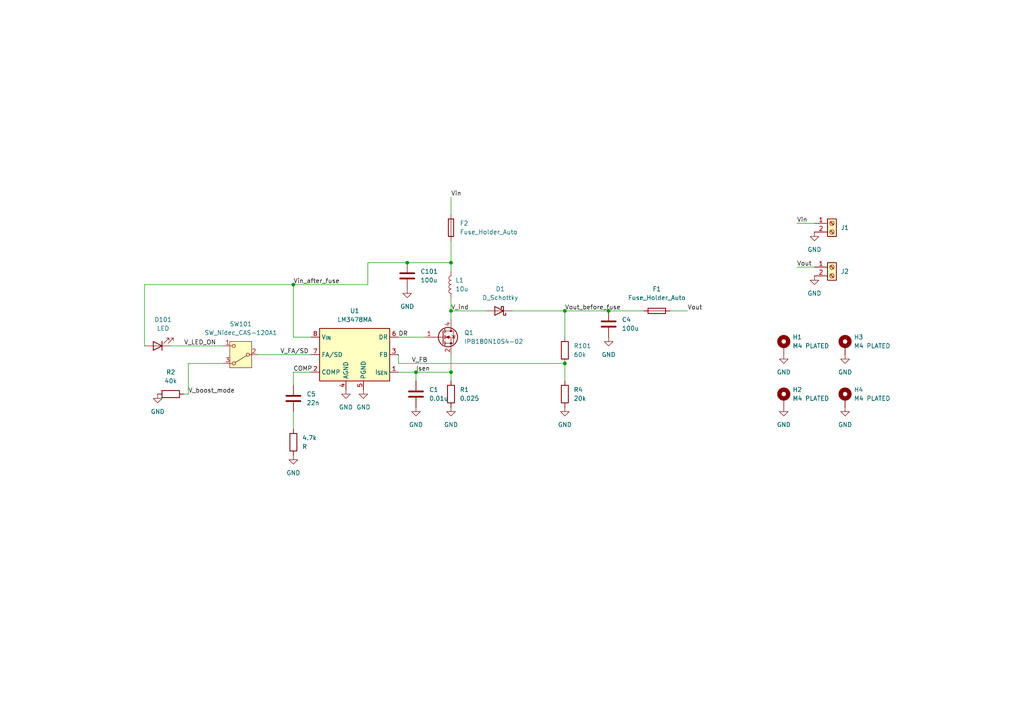
<source format=kicad_sch>
(kicad_sch (version 20250114) (generator "eeschema") (generator_version "9.0")
  (paper "A4")
  (lib_symbols
    (symbol "Device:D_Schottky" (pin_numbers (hide yes)) (pin_names (offset 1.016) (hide yes))
      (property "Reference" "D" (at 0 2.54 0))
      (property "Value" "D_Schottky" (at 0 -2.54 0))
      (symbol "D_Schottky_0_1"
        (polyline (pts (xy -1.905 0.635) (xy -1.905 1.27) (xy -1.27 1.27) (xy -1.27 -1.27) (xy -0.635 -1.27) (xy -0.635 -0.635)) (stroke (width 0.254)))
        (polyline (pts (xy 1.27 1.27) (xy 1.27 -1.27) (xy -1.27 0) (xy 1.27 1.27)) (stroke (width 0.254)))
        (polyline (pts (xy 1.27 0) (xy -1.27 0)))
      )
      (symbol "D_Schottky_1_1"
        (pin passive line (at -3.81 0 0) (length 2.54) (name "K") (number "1"))
        (pin passive line (at 3.81 0 180) (length 2.54) (name "A") (number "2"))
      )
    )
    (symbol "Device:L" (pin_numbers (hide yes)) (pin_names (offset 1.016) (hide yes))
      (property "Reference" "L" (at -1.27 0 90))
      (property "Value" "L" (at 1.905 0 90))
      (symbol "L_0_1"
        (arc (start 0 2.54) (mid 0.6323 1.905) (end 0 1.27))
        (arc (start 0 1.27) (mid 0.6323 0.635) (end 0 0))
        (arc (start 0 0) (mid 0.6323 -0.635) (end 0 -1.27))
        (arc (start 0 -1.27) (mid 0.6323 -1.905) (end 0 -2.54))
      )
      (symbol "L_1_1"
        (pin passive line (at 0 3.81 270) (length 1.27) (name "1") (number "1"))
        (pin passive line (at 0 -3.81 90) (length 1.27) (name "2") (number "2"))
      )
    )
    (symbol "Device:LED" (pin_numbers (hide yes)) (pin_names (offset 1.016) (hide yes))
      (property "Reference" "D" (at 0 2.54 0))
      (property "Value" "LED" (at 0 -2.54 0))
      (symbol "LED_0_1"
        (polyline (pts (xy -3.048 -0.762) (xy -4.572 -2.286) (xy -3.81 -2.286) (xy -4.572 -2.286) (xy -4.572 -1.524)))
        (polyline (pts (xy -1.778 -0.762) (xy -3.302 -2.286) (xy -2.54 -2.286) (xy -3.302 -2.286) (xy -3.302 -1.524)))
        (polyline (pts (xy -1.27 0) (xy 1.27 0)))
        (polyline (pts (xy -1.27 -1.27) (xy -1.27 1.27)) (stroke (width 0.254)))
        (polyline (pts (xy 1.27 -1.27) (xy 1.27 1.27) (xy -1.27 0) (xy 1.27 -1.27)) (stroke (width 0.254)))
      )
      (symbol "LED_1_1"
        (pin passive line (at -3.81 0 0) (length 2.54) (name "K") (number "1"))
        (pin passive line (at 3.81 0 180) (length 2.54) (name "A") (number "2"))
      )
    )
    (symbol "Regulator_Controller:LM3478MA"
      (property "Reference" "U" (at -9.525 8.89 0))
      (property "Value" "LM3478MA" (at 5.08 8.89 0))
      (symbol "LM3478MA_0_1"
        (rectangle (start -10.16 7.62) (end 10.16 -7.62) (stroke (width 0.254)) (fill (type background)))
      )
      (symbol "LM3478MA_1_1"
        (pin power_in line (at -12.7 5.08 0) (length 2.54) (name "V_{IN}") (number "8"))
        (pin input line (at -12.7 0 0) (length 2.54) (name "FA/SD") (number "7"))
        (pin input line (at -12.7 -5.08 0) (length 2.54) (name "COMP") (number "2"))
        (pin power_in line (at -2.54 -10.16 90) (length 2.54) (name "AGND") (number "4"))
        (pin power_in line (at 2.54 -10.16 90) (length 2.54) (name "PGND") (number "5"))
        (pin output line (at 12.7 5.08 180) (length 2.54) (name "DR") (number "6"))
        (pin input line (at 12.7 0 180) (length 2.54) (name "FB") (number "3"))
        (pin input line (at 12.7 -5.08 180) (length 2.54) (name "I_{SEN}") (number "1"))
      )
    )
    (symbol "Switch:SW_Nidec_CAS-120A1" (pin_names (offset 1) (hide yes))
      (property "Reference" "SW" (at 0 4.318 0))
      (property "Value" "SW_Nidec_CAS-120A1" (at 0 -5.08 0))
      (symbol "SW_Nidec_CAS-120A1_0_1"
        (circle (center -2.032 0) (radius 0.4572))
        (polyline (pts (xy -1.651 0.254) (xy 1.651 2.286)))
        (circle (center 2.032 2.54) (radius 0.4572))
        (circle (center 2.032 -2.54) (radius 0.4572))
      )
      (symbol "SW_Nidec_CAS-120A1_1_1"
        (rectangle (start -3.175 3.81) (end 3.175 -3.81) (fill (type background)))
        (pin passive line (at -5.08 0 0) (length 2.54) (name "B") (number "2"))
        (pin passive line (at 5.08 2.54 180) (length 2.54) (name "A") (number "3"))
        (pin passive line (at 5.08 -2.54 180) (length 2.54) (name "C") (number "1"))
      )
    )
    (symbol "Transistor_FET:IPB180N10S4-02" (pin_names (hide yes))
      (property "Reference" "Q" (at 5.08 1.905 0))
      (property "Value" "IPB180N10S4-02" (at 5.08 0 0))
      (symbol "IPB180N10S4-02_0_1"
        (polyline (pts (xy 0.254 1.905) (xy 0.254 -1.905)) (stroke (width 0.254)))
        (polyline (pts (xy 0.254 0) (xy -2.54 0)))
        (polyline (pts (xy 0.762 2.286) (xy 0.762 1.27)) (stroke (width 0.254)))
        (polyline (pts (xy 0.762 0.508) (xy 0.762 -0.508)) (stroke (width 0.254)))
        (polyline (pts (xy 0.762 -1.27) (xy 0.762 -2.286)) (stroke (width 0.254)))
        (polyline (pts (xy 0.762 -1.778) (xy 3.302 -1.778) (xy 3.302 1.778) (xy 0.762 1.778)))
        (polyline (pts (xy 1.016 0) (xy 2.032 0.381) (xy 2.032 -0.381) (xy 1.016 0)) (fill (type outline)))
        (circle (center 1.651 0) (radius 2.794) (stroke (width 0.254)))
        (polyline (pts (xy 2.54 2.54) (xy 2.54 1.778)))
        (circle (center 2.54 1.778) (radius 0.254) (fill (type outline)))
        (circle (center 2.54 -1.778) (radius 0.254) (fill (type outline)))
        (polyline (pts (xy 2.54 -2.54) (xy 2.54 0) (xy 0.762 0)))
        (polyline (pts (xy 2.794 0.508) (xy 2.921 0.381) (xy 3.683 0.381) (xy 3.81 0.254)))
        (polyline (pts (xy 3.302 0.381) (xy 2.921 -0.254) (xy 3.683 -0.254) (xy 3.302 0.381)))
      )
      (symbol "IPB180N10S4-02_1_1"
        (pin passive line (at -5.08 0 0) (length 2.54) (name "G") (number "1"))
        (pin passive line (at 2.54 5.08 270) (length 2.54) (name "D") (number "4"))
        (pin passive line (at 2.54 -5.08 90) (length 2.54) (name "S") (number "2"))
        (pin passive line (at 2.54 -5.08 90) (length 2.54) (hide yes) (name "S") (number "3"))
        (pin passive line (at 2.54 -5.08 90) (length 2.54) (hide yes) (name "S") (number "5"))
        (pin passive line (at 2.54 -5.08 90) (length 2.54) (hide yes) (name "S") (number "6"))
        (pin passive line (at 2.54 -5.08 90) (length 2.54) (hide yes) (name "S") (number "7"))
      )
    )
    (symbol "power:GND" (power) (pin_numbers (hide yes)) (pin_names (offset 0) (hide yes))
      (property "Value" "GND" (at 0 -3.81 0))
      (symbol "GND_0_1"
        (polyline (pts (xy 0 0) (xy 0 -1.27) (xy 1.27 -1.27) (xy 0 -2.54) (xy -1.27 -1.27) (xy 0 -1.27)))
      )
      (symbol "GND_1_1"
        (pin power_in line (at 0 0 270) (length 0) (name "~") (number "1"))
      )
    )
    (symbol "rsx_Capacitors:1u" (pin_numbers (hide yes)) (pin_names (offset 0.254))
      (property "Reference" "C" (at 0.635 2.54 0))
      (property "Value" "1u" (at 0.635 -2.54 0))
      (symbol "1u_0_1"
        (polyline (pts (xy -2.032 0.762) (xy 2.032 0.762)) (stroke (width 0.508)))
        (polyline (pts (xy -2.032 -0.762) (xy 2.032 -0.762)) (stroke (width 0.508)))
      )
      (symbol "1u_1_1"
        (pin passive line (at 0 3.81 270) (length 2.794) (name "~") (number "1"))
        (pin passive line (at 0 -3.81 90) (length 2.794) (name "~") (number "2"))
      )
    )
    (symbol "rsx_Resistors:0R00 1/10W" (pin_numbers (hide yes)) (pin_names (offset 0))
      (property "Reference" "R" (at 2.032 0 90))
      (property "Value" "0R00 1{slash}10W" (at 0 0 90))
      (symbol "0R00 1/10W_0_1"
        (rectangle (start -1.016 -2.54) (end 1.016 2.54) (stroke (width 0.254)))
      )
      (symbol "0R00 1/10W_1_1"
        (pin passive line (at 0 3.81 270) (length 1.27) (name "~") (number "1"))
        (pin passive line (at 0 -3.81 90) (length 1.27) (name "~") (number "2"))
      )
    )
    (symbol "rsx_fuses:Fuse_Holder_Auto" (pin_numbers (hide yes)) (pin_names (offset 0))
      (property "Reference" "F" (at 2.032 0 90))
      (property "Value" "Fuse_Holder_Auto" (at -1.905 0 90))
      (symbol "Fuse_Holder_Auto_0_1"
        (rectangle (start -0.762 2.54) (end 0.762 -2.54) (stroke (width 0.254)))
        (polyline (pts (xy 0 2.54) (xy 0 -2.54)))
      )
      (symbol "Fuse_Holder_Auto_1_1"
        (pin passive line (at 0 3.81 270) (length 1.27) (name "~") (number "1"))
        (pin passive line (at 0 -3.81 90) (length 1.27) (name "~") (number "2"))
      )
    )
    (symbol "rsx_header_screw:Screw_Terminal_2x5.08" (pin_names (offset 1.016) (hide yes))
      (property "Reference" "J" (at 0 2.54 0))
      (symbol "Screw_Terminal_2x5.08_1_1"
        (rectangle (start -1.27 1.27) (end 1.27 -3.81) (stroke (width 0.254)) (fill (type background)))
        (polyline (pts (xy -0.5334 0.3302) (xy 0.3302 -0.508)) (stroke (width 0.1524)))
        (polyline (pts (xy -0.5334 -2.2098) (xy 0.3302 -3.048)) (stroke (width 0.1524)))
        (polyline (pts (xy -0.3556 0.508) (xy 0.508 -0.3302)) (stroke (width 0.1524)))
        (polyline (pts (xy -0.3556 -2.032) (xy 0.508 -2.8702)) (stroke (width 0.1524)))
        (circle (center 0 0) (radius 0.635) (stroke (width 0.1524)))
        (circle (center 0 -2.54) (radius 0.635) (stroke (width 0.1524)))
        (pin passive line (at -5.08 0 0) (length 3.81) (name "Pin_1") (number "1"))
        (pin passive line (at -5.08 -2.54 0) (length 3.81) (name "Pin_2") (number "2"))
      )
    )
    (symbol "rsx_misc:M4 PLATED" (pin_numbers (hide yes)) (pin_names (offset 1.016) (hide yes)) (in_bom no)
      (property "Reference" "H" (at 0 6.35 0))
      (property "Value" "M4 PLATED" (at 0 4.445 0))
      (symbol "M4 PLATED_0_1"
        (circle (center 0 1.27) (radius 1.27) (stroke (width 1.27)))
      )
      (symbol "M4 PLATED_1_1"
        (pin input line (at 0 -2.54 90) (length 2.54) (name "1") (number "1"))
      )
    )
  )
  (junction (at 130.81 107.95))
  (junction (at 176.53 90.17))
  (junction (at 163.83 105.41))
  (junction (at 118.11 76.2))
  (junction (at 85.09 82.55))
  (junction (at 130.81 76.2))
  (junction (at 163.83 90.17))
  (junction (at 120.65 107.95))
  (junction (at 130.81 90.17))
  (wire (pts (xy 163.83 90.17) (xy 176.53 90.17)))
  (wire (pts (xy 54.61 114.3) (xy 53.34 114.3)))
  (wire (pts (xy 85.09 82.55) (xy 106.68 82.55)))
  (wire (pts (xy 85.09 82.55) (xy 85.09 97.79)))
  (wire (pts (xy 231.14 64.77) (xy 236.22 64.77)))
  (wire (pts (xy 106.68 76.2) (xy 118.11 76.2)))
  (wire (pts (xy 41.91 82.55) (xy 85.09 82.55)))
  (wire (pts (xy 130.81 102.87) (xy 130.81 107.95)))
  (wire (pts (xy 54.61 105.41) (xy 54.61 114.3)))
  (wire (pts (xy 41.91 82.55) (xy 41.91 100.33)))
  (wire (pts (xy 231.14 77.47) (xy 236.22 77.47)))
  (wire (pts (xy 120.65 107.95) (xy 130.81 107.95)))
  (wire (pts (xy 163.83 90.17) (xy 163.83 97.79)))
  (wire (pts (xy 106.68 82.55) (xy 106.68 76.2)))
  (wire (pts (xy 130.81 76.2) (xy 130.81 78.74)))
  (wire (pts (xy 120.65 107.95) (xy 120.65 110.49)))
  (wire (pts (xy 130.81 69.85) (xy 130.81 76.2)))
  (wire (pts (xy 194.31 90.17) (xy 199.39 90.17)))
  (wire (pts (xy 118.11 76.2) (xy 130.81 76.2)))
  (wire (pts (xy 115.57 105.41) (xy 115.57 102.87)))
  (wire (pts (xy 115.57 107.95) (xy 120.65 107.95)))
  (wire (pts (xy 163.83 105.41) (xy 163.83 110.49)))
  (wire (pts (xy 130.81 86.36) (xy 130.81 90.17)))
  (wire (pts (xy 148.59 90.17) (xy 163.83 90.17)))
  (wire (pts (xy 130.81 90.17) (xy 130.81 92.71)))
  (wire (pts (xy 176.53 90.17) (xy 186.69 90.17)))
  (wire (pts (xy 90.17 97.79) (xy 85.09 97.79)))
  (wire (pts (xy 49.53 100.33) (xy 64.77 100.33)))
  (wire (pts (xy 115.57 97.79) (xy 123.19 97.79)))
  (wire (pts (xy 74.93 102.87) (xy 90.17 102.87)))
  (wire (pts (xy 90.17 107.95) (xy 85.09 107.95)))
  (wire (pts (xy 64.77 105.41) (xy 54.61 105.41)))
  (wire (pts (xy 130.81 57.15) (xy 130.81 62.23)))
  (wire (pts (xy 85.09 107.95) (xy 85.09 111.76)))
  (wire (pts (xy 85.09 119.38) (xy 85.09 124.46)))
  (wire (pts (xy 130.81 107.95) (xy 130.81 110.49)))
  (wire (pts (xy 130.81 90.17) (xy 140.97 90.17)))
  (wire (pts (xy 163.83 105.41) (xy 115.57 105.41)))
  (label "Vin" (at 231.14 64.77 0))
  (label "Vin" (at 130.81 57.15 0))
  (label "V_ind" (at 130.81 90.17 0))
  (label "COMP" (at 85.09 107.95 0))
  (label "V_FA{slash}SD" (at 81.28 102.87 0))
  (label "Isen" (at 120.65 107.95 0))
  (label "Vout" (at 231.14 77.47 0))
  (label "V_boost_mode" (at 54.61 114.3 0))
  (label "V_LED_ON" (at 53.34 100.33 0))
  (label "Vin_after_fuse" (at 85.09 82.55 0))
  (label "V_FB" (at 119.38 105.41 0))
  (label "Vout_before_fuse" (at 163.83 90.17 0))
  (label "DR" (at 115.57 97.79 0))
  (label "Vout" (at 199.39 90.17 0))
  (symbol (lib_id "rsx_header_screw:Screw_Terminal_2x5.08") (at 241.3 77.47 0) (unit 1)
    (property "Reference" "J2" (at 243.84 78.7399 0) (effects (justify left)))
    (property "Value" "Screw_Terminal_2x5.08" (effects (hide yes)))
    (property "Footprint" "rsx_headers_screw:Molex_0398800302" (effects (hide yes)))
    (property "Description" "TERM BLK 2P SIDE ENT 5.08MM PCB" (effects (hide yes)))
    (property "MFR" "Molex" (effects (hide yes)))
    (property "DPN" "WM4393-ND" (effects (hide yes)))
    (property "MPN" "398800302" (effects (hide yes)))
  )
  (symbol (lib_id "power:GND") (at 118.11 83.82 0) (unit 1)
    (property "Reference" "#PWR0115" (effects (hide yes)))
    (property "Value" "GND" (at 118.11 88.9 0))
    (property "Description" "Power symbol creates a global label with name \"GND\" , ground" (effects (hide yes)))
  )
  (symbol (lib_id "power:GND") (at 176.53 97.79 0) (unit 1)
    (property "Reference" "#PWR0106" (effects (hide yes)))
    (property "Value" "GND" (at 176.53 102.87 0))
    (property "Description" "Power symbol creates a global label with name \"GND\" , ground" (effects (hide yes)))
  )
  (symbol (lib_id "rsx_Capacitors:1u") (at 120.65 114.3 0) (unit 1)
    (property "Reference" "C1" (at 124.46 113.0299 0) (effects (justify left)))
    (property "Value" "0.01u" (at 124.46 115.5699 0) (effects (justify left)))
    (property "Footprint" "rsx_capacitors:C_0805_2012Metric" (effects (hide yes)))
    (property "Description" "CAP CER 1UF 50V X7R 0805" (effects (hide yes)))
    (property "MFR" "Samsung Electro-Mechanics" (effects (hide yes)))
    (property "DPN" "1276-1029-1-ND" (effects (hide yes)))
    (property "MPN" "CL21B105KBFNNNE" (effects (hide yes)))
  )
  (symbol (lib_id "Device:LED") (at 45.72 100.33 180) (unit 1)
    (property "Reference" "D101" (at 47.3075 92.71 0))
    (property "Value" "LED" (at 47.3075 95.25 0))
    (property "Description" "Light emitting diode" (effects (hide yes)))
  )
  (symbol (lib_id "Device:L") (at 130.81 82.55 180) (unit 1)
    (property "Reference" "L1" (at 132.08 81.2799 0) (effects (justify right)))
    (property "Value" "10u" (at 132.08 83.8199 0) (effects (justify right)))
    (property "Footprint" "Inductor_SMD:L_Coilcraft_MSS1260H-XXX" (effects (hide yes)))
    (property "Description" "Inductor" (effects (hide yes)))
  )
  (symbol (lib_id "rsx_Resistors:0R00 1/10W") (at 85.09 128.27 0) (unit 1)
    (property "Reference" "4.7k" (at 87.63 126.9999 0) (effects (justify left)))
    (property "Value" "R" (at 87.63 129.5399 0) (effects (justify left)))
    (property "Footprint" "rsx_resistors:R_0805_2012Metric" (effects (hide yes)))
    (property "Description" "RES 0 OHM JUMPER 1/10W 0603" (effects (hide yes)))
    (property "MFR" "Stackpole Electronics Inc" (effects (hide yes)))
    (property "DPN" "RMCF0603ZT0R00CT-ND" (effects (hide yes)))
    (property "MPN" "RMCF0603ZT0R00" (effects (hide yes)))
  )
  (symbol (lib_id "rsx_Capacitors:1u") (at 118.11 80.01 0) (unit 1)
    (property "Reference" "C101" (at 121.92 78.7399 0) (effects (justify left)))
    (property "Value" "100u" (at 121.92 81.2799 0) (effects (justify left)))
    (property "Footprint" "rsx_capacitors:C_0805_2012Metric" (effects (hide yes)))
    (property "Description" "CAP CER 1UF 50V X7R 0805" (effects (hide yes)))
    (property "MFR" "Samsung Electro-Mechanics" (effects (hide yes)))
    (property "DPN" "1276-1029-1-ND" (effects (hide yes)))
    (property "MPN" "CL21B105KBFNNNE" (effects (hide yes)))
  )
  (symbol (lib_id "Device:D_Schottky") (at 144.78 90.17 180) (unit 1)
    (property "Reference" "D1" (at 145.0975 83.82 0))
    (property "Value" "D_Schottky" (at 145.0975 86.36 0))
    (property "Footprint" "Diode_SMD:D_SMA" (effects (hide yes)))
    (property "Description" "Schottky diode" (effects (hide yes)))
  )
  (symbol (lib_id "rsx_misc:M4 PLATED") (at 227.33 100.33 0) (unit 1) (in_bom no)
    (property "Reference" "H1" (at 229.87 97.7899 0) (effects (justify left)))
    (property "Value" "M4 PLATED" (at 229.87 100.3299 0) (effects (justify left)))
    (property "Footprint" "rsx_misc:MountingHole_4.5mm_Pad_Via" (effects (hide yes)))
    (property "Description" "Mounting Hole with connection M4" (effects (hide yes)))
  )
  (symbol (lib_id "rsx_Capacitors:1u") (at 85.09 115.57 0) (unit 1)
    (property "Reference" "C5" (at 88.9 114.2999 0) (effects (justify left)))
    (property "Value" "22n" (at 88.9 116.8399 0) (effects (justify left)))
    (property "Footprint" "rsx_capacitors:C_0805_2012Metric" (effects (hide yes)))
    (property "Description" "CAP CER 1UF 50V X7R 0805" (effects (hide yes)))
    (property "MFR" "Samsung Electro-Mechanics" (effects (hide yes)))
    (property "DPN" "1276-1029-1-ND" (effects (hide yes)))
    (property "MPN" "CL21B105KBFNNNE" (effects (hide yes)))
  )
  (symbol (lib_id "rsx_Resistors:0R00 1/10W") (at 130.81 114.3 0) (unit 1)
    (property "Reference" "R1" (at 133.35 113.0299 0) (effects (justify left)))
    (property "Value" "0.025" (at 133.35 115.5699 0) (effects (justify left)))
    (property "Footprint" "rsx_resistors:R_0805_2012Metric" (effects (hide yes)))
    (property "Description" "RES 0 OHM JUMPER 1/10W 0603" (effects (hide yes)))
    (property "MFR" "Stackpole Electronics Inc" (effects (hide yes)))
    (property "DPN" "RMCF0603ZT0R00CT-ND" (effects (hide yes)))
    (property "MPN" "RMCF0603ZT0R00" (effects (hide yes)))
  )
  (symbol (lib_id "Transistor_FET:IPB180N10S4-02") (at 128.27 97.79 0) (unit 1)
    (property "Reference" "Q1" (at 134.62 96.5199 0) (effects (justify left)))
    (property "Value" "IPB180N10S4-02" (at 134.62 99.0599 0) (effects (justify left)))
    (property "Footprint" "Package_TO_SOT_SMD:TO-263-6" (effects (hide yes)))
    (property "Datasheet" "https://www.infineon.com/dgdl/Infineon-IPB180N10S4_02-DS-v01_00-en.pdf?fileId=db3a30433d1d0bbe013d2129cf8a2f88" (effects (hide yes)))
    (property "Description" "180A Id, 100V Vds, OptiMOS-T2 N-Channel Power MOSFET, 2.5mOhm Ron, Qg (typ) 156nC, TO-263-6" (effects (hide yes)))
  )
  (symbol (lib_id "power:GND") (at 100.33 113.03 0) (unit 1)
    (property "Reference" "#PWR0113" (effects (hide yes)))
    (property "Value" "GND" (at 100.33 118.11 0))
    (property "Description" "Power symbol creates a global label with name \"GND\" , ground" (effects (hide yes)))
  )
  (symbol (lib_id "rsx_misc:M4 PLATED") (at 227.33 115.57 0) (unit 1) (in_bom no)
    (property "Reference" "H2" (at 229.87 113.0299 0) (effects (justify left)))
    (property "Value" "M4 PLATED" (at 229.87 115.5699 0) (effects (justify left)))
    (property "Footprint" "rsx_misc:MountingHole_4.5mm_Pad_Via" (effects (hide yes)))
    (property "Description" "Mounting Hole with connection M4" (effects (hide yes)))
  )
  (symbol (lib_id "power:GND") (at 45.72 114.3 0) (unit 1)
    (property "Reference" "#PWR0103" (effects (hide yes)))
    (property "Value" "GND" (at 45.72 119.38 0))
    (property "Description" "Power symbol creates a global label with name \"GND\" , ground" (effects (hide yes)))
  )
  (symbol (lib_id "rsx_Resistors:0R00 1/10W") (at 163.83 101.6 0) (unit 1)
    (property "Reference" "R101" (at 166.37 100.3299 0) (effects (justify left)))
    (property "Value" "60k" (at 166.37 102.8699 0) (effects (justify left)))
    (property "Footprint" "rsx_resistors:R_0805_2012Metric" (effects (hide yes)))
    (property "Description" "RES 0 OHM JUMPER 1/10W 0603" (effects (hide yes)))
    (property "MFR" "Stackpole Electronics Inc" (effects (hide yes)))
    (property "DPN" "RMCF0603ZT0R00CT-ND" (effects (hide yes)))
    (property "MPN" "RMCF0603ZT0R00" (effects (hide yes)))
  )
  (symbol (lib_id "power:GND") (at 105.41 113.03 0) (unit 1)
    (property "Reference" "#PWR0114" (effects (hide yes)))
    (property "Value" "GND" (at 105.41 118.11 0))
    (property "Description" "Power symbol creates a global label with name \"GND\" , ground" (effects (hide yes)))
  )
  (symbol (lib_id "power:GND") (at 236.22 67.31 0) (unit 1)
    (property "Reference" "#PWR0108" (effects (hide yes)))
    (property "Value" "GND" (at 236.22 72.39 0))
    (property "Description" "Power symbol creates a global label with name \"GND\" , ground" (effects (hide yes)))
  )
  (symbol (lib_id "power:GND") (at 245.11 102.87 0) (unit 1)
    (property "Reference" "#PWR0110" (effects (hide yes)))
    (property "Value" "GND" (at 245.11 107.95 0))
    (property "Description" "Power symbol creates a global label with name \"GND\" , ground" (effects (hide yes)))
  )
  (symbol (lib_id "Switch:SW_Nidec_CAS-120A1") (at 69.85 102.87 180) (unit 1)
    (property "Reference" "SW101" (at 69.85 93.98 0))
    (property "Value" "SW_Nidec_CAS-120A1" (at 69.85 96.52 0))
    (property "Footprint" "Button_Switch_SMD:Nidec_Copal_CAS-120A" (effects (hide yes)))
    (property "Datasheet" "https://www.nidec-components.com/e/catalog/switch/cas.pdf" (effects (hide yes)))
    (property "Description" "Switch, single pole double throw" (effects (hide yes)))
  )
  (symbol (lib_id "rsx_header_screw:Screw_Terminal_2x5.08") (at 241.3 64.77 0) (unit 1)
    (property "Reference" "J1" (at 243.84 66.0399 0) (effects (justify left)))
    (property "Value" "Screw_Terminal_2x5.08" (effects (hide yes)))
    (property "Footprint" "rsx_headers_screw:Molex_0398800302" (effects (hide yes)))
    (property "Description" "TERM BLK 2P SIDE ENT 5.08MM PCB" (effects (hide yes)))
    (property "MFR" "Molex" (effects (hide yes)))
    (property "DPN" "WM4393-ND" (effects (hide yes)))
    (property "MPN" "398800302" (effects (hide yes)))
  )
  (symbol (lib_id "rsx_misc:M4 PLATED") (at 245.11 100.33 0) (unit 1) (in_bom no)
    (property "Reference" "H3" (at 247.65 97.7899 0) (effects (justify left)))
    (property "Value" "M4 PLATED" (at 247.65 100.3299 0) (effects (justify left)))
    (property "Footprint" "rsx_misc:MountingHole_4.5mm_Pad_Via" (effects (hide yes)))
    (property "Description" "Mounting Hole with connection M4" (effects (hide yes)))
  )
  (symbol (lib_id "rsx_fuses:Fuse_Holder_Auto") (at 130.81 66.04 0) (unit 1)
    (property "Reference" "F2" (at 133.35 64.7699 0) (effects (justify left)))
    (property "Value" "Fuse_Holder_Auto" (at 133.35 67.3099 0) (effects (justify left)))
    (property "Footprint" "rsx_fuses:FUSE_3568-10" (effects (hide yes)))
    (property "Description" "Fuse Holder 30 A 500V 1 Circuit Blade Through Hole" (effects (hide yes)))
    (property "MFR" "Keystone Electronics" (effects (hide yes)))
    (property "DPN" "36-3568-10-ND" (effects (hide yes)))
    (property "MPN" "3568-10" (effects (hide yes)))
  )
  (symbol (lib_id "power:GND") (at 163.83 118.11 0) (unit 1)
    (property "Reference" "#PWR0105" (effects (hide yes)))
    (property "Value" "GND" (at 163.83 123.19 0))
    (property "Description" "Power symbol creates a global label with name \"GND\" , ground" (effects (hide yes)))
  )
  (symbol (lib_id "rsx_Capacitors:1u") (at 176.53 93.98 0) (unit 1)
    (property "Reference" "C4" (at 180.34 92.7099 0) (effects (justify left)))
    (property "Value" "100u" (at 180.34 95.2499 0) (effects (justify left)))
    (property "Footprint" "rsx_capacitors:C_0805_2012Metric" (effects (hide yes)))
    (property "Description" "CAP CER 1UF 50V X7R 0805" (effects (hide yes)))
    (property "MFR" "Samsung Electro-Mechanics" (effects (hide yes)))
    (property "DPN" "1276-1029-1-ND" (effects (hide yes)))
    (property "MPN" "CL21B105KBFNNNE" (effects (hide yes)))
  )
  (symbol (lib_id "power:GND") (at 227.33 118.11 0) (unit 1)
    (property "Reference" "#PWR0111" (effects (hide yes)))
    (property "Value" "GND" (at 227.33 123.19 0))
    (property "Description" "Power symbol creates a global label with name \"GND\" , ground" (effects (hide yes)))
  )
  (symbol (lib_id "rsx_misc:M4 PLATED") (at 245.11 115.57 0) (unit 1) (in_bom no)
    (property "Reference" "H4" (at 247.65 113.0299 0) (effects (justify left)))
    (property "Value" "M4 PLATED" (at 247.65 115.5699 0) (effects (justify left)))
    (property "Footprint" "rsx_misc:MountingHole_4.5mm_Pad_Via" (effects (hide yes)))
    (property "Description" "Mounting Hole with connection M4" (effects (hide yes)))
  )
  (symbol (lib_id "rsx_Resistors:0R00 1/10W") (at 163.83 114.3 0) (unit 1)
    (property "Reference" "R4" (at 166.37 113.0299 0) (effects (justify left)))
    (property "Value" "20k" (at 166.37 115.5699 0) (effects (justify left)))
    (property "Footprint" "rsx_resistors:R_0805_2012Metric" (effects (hide yes)))
    (property "Description" "RES 0 OHM JUMPER 1/10W 0603" (effects (hide yes)))
    (property "MFR" "Stackpole Electronics Inc" (effects (hide yes)))
    (property "DPN" "RMCF0603ZT0R00CT-ND" (effects (hide yes)))
    (property "MPN" "RMCF0603ZT0R00" (effects (hide yes)))
  )
  (symbol (lib_id "power:GND") (at 227.33 102.87 0) (unit 1)
    (property "Reference" "#PWR0109" (effects (hide yes)))
    (property "Value" "GND" (at 227.33 107.95 0))
    (property "Description" "Power symbol creates a global label with name \"GND\" , ground" (effects (hide yes)))
  )
  (symbol (lib_id "rsx_Resistors:0R00 1/10W") (at 49.53 114.3 270) (unit 1)
    (property "Reference" "R2" (at 49.53 107.95 90))
    (property "Value" "40k" (at 49.53 110.49 90))
    (property "Footprint" "rsx_resistors:R_0805_2012Metric" (effects (hide yes)))
    (property "Description" "RES 0 OHM JUMPER 1/10W 0603" (effects (hide yes)))
    (property "MFR" "Stackpole Electronics Inc" (effects (hide yes)))
    (property "DPN" "RMCF0603ZT0R00CT-ND" (effects (hide yes)))
    (property "MPN" "RMCF0603ZT0R00" (effects (hide yes)))
  )
  (symbol (lib_id "power:GND") (at 85.09 132.08 0) (unit 1)
    (property "Reference" "#PWR0104" (effects (hide yes)))
    (property "Value" "GND" (at 85.09 137.16 0))
    (property "Description" "Power symbol creates a global label with name \"GND\" , ground" (effects (hide yes)))
  )
  (symbol (lib_id "power:GND") (at 120.65 118.11 0) (unit 1)
    (property "Reference" "#PWR0102" (effects (hide yes)))
    (property "Value" "GND" (at 120.65 123.19 0))
    (property "Description" "Power symbol creates a global label with name \"GND\" , ground" (effects (hide yes)))
  )
  (symbol (lib_id "rsx_fuses:Fuse_Holder_Auto") (at 190.5 90.17 90) (unit 1)
    (property "Reference" "F1" (at 190.5 83.82 90))
    (property "Value" "Fuse_Holder_Auto" (at 190.5 86.36 90))
    (property "Footprint" "rsx_fuses:FUSE_3568-10" (effects (hide yes)))
    (property "Description" "Fuse Holder 30 A 500V 1 Circuit Blade Through Hole" (effects (hide yes)))
    (property "MFR" "Keystone Electronics" (effects (hide yes)))
    (property "DPN" "36-3568-10-ND" (effects (hide yes)))
    (property "MPN" "3568-10" (effects (hide yes)))
  )
  (symbol (lib_id "power:GND") (at 130.81 118.11 0) (unit 1)
    (property "Reference" "#PWR0101" (effects (hide yes)))
    (property "Value" "GND" (at 130.81 123.19 0))
    (property "Description" "Power symbol creates a global label with name \"GND\" , ground" (effects (hide yes)))
  )
  (symbol (lib_id "power:GND") (at 236.22 80.01 0) (unit 1)
    (property "Reference" "#PWR0107" (effects (hide yes)))
    (property "Value" "GND" (at 236.22 85.09 0))
    (property "Description" "Power symbol creates a global label with name \"GND\" , ground" (effects (hide yes)))
  )
  (symbol (lib_id "power:GND") (at 245.11 118.11 0) (unit 1)
    (property "Reference" "#PWR0112" (effects (hide yes)))
    (property "Value" "GND" (at 245.11 123.19 0))
    (property "Description" "Power symbol creates a global label with name \"GND\" , ground" (effects (hide yes)))
  )
  (symbol (lib_id "Regulator_Controller:LM3478MA") (at 102.87 102.87 0) (unit 1)
    (property "Reference" "U1" (at 102.87 90.17 0))
    (property "Value" "LM3478MA" (at 102.87 92.71 0))
    (property "Footprint" "Package_SO:SOIC-8_3.9x4.9mm_P1.27mm" (effects (hide yes)))
    (property "Datasheet" "https://www.ti.com/lit/gpn/lm3478" (effects (hide yes)))
    (property "Description" "2.97~40V Wide Input Range Boost/SEPIC/Flyback DC-DC Controller, SOIC-8" (effects (hide yes)))
  )
)
</source>
